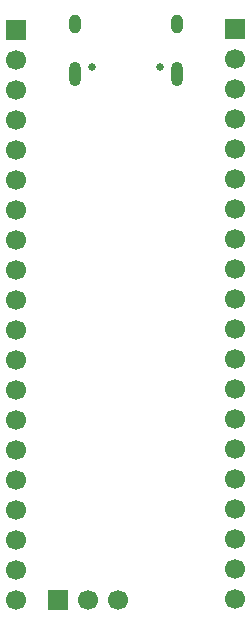
<source format=gbr>
%TF.GenerationSoftware,KiCad,Pcbnew,9.0.6*%
%TF.CreationDate,2025-12-07T15:32:32-06:00*%
%TF.ProjectId,Devboard,44657662-6f61-4726-942e-6b696361645f,rev?*%
%TF.SameCoordinates,Original*%
%TF.FileFunction,Soldermask,Bot*%
%TF.FilePolarity,Negative*%
%FSLAX46Y46*%
G04 Gerber Fmt 4.6, Leading zero omitted, Abs format (unit mm)*
G04 Created by KiCad (PCBNEW 9.0.6) date 2025-12-07 15:32:32*
%MOMM*%
%LPD*%
G01*
G04 APERTURE LIST*
%ADD10C,0.650000*%
%ADD11O,1.000000X2.100000*%
%ADD12O,1.000000X1.600000*%
%ADD13R,1.700000X1.700000*%
%ADD14C,1.700000*%
G04 APERTURE END LIST*
D10*
%TO.C,J1*%
X213853000Y-65169000D03*
X208073000Y-65169000D03*
D11*
X215283000Y-65699000D03*
D12*
X215283000Y-61519000D03*
D11*
X206643000Y-65699000D03*
D12*
X206643000Y-61519000D03*
%TD*%
D13*
%TO.C,J3*%
X220164000Y-61958000D03*
D14*
X220164000Y-64498000D03*
X220164000Y-67038000D03*
X220164000Y-69578000D03*
X220164000Y-72118000D03*
X220164000Y-74658000D03*
X220164000Y-77198000D03*
X220164000Y-79738000D03*
X220164000Y-82278000D03*
X220164000Y-84818000D03*
X220164000Y-87358000D03*
X220164000Y-89898000D03*
X220164000Y-92438000D03*
X220164000Y-94978000D03*
X220164000Y-97518000D03*
X220164000Y-100058000D03*
X220164000Y-102598000D03*
X220164000Y-105138000D03*
X220164000Y-107678000D03*
X220164000Y-110218000D03*
%TD*%
D13*
%TO.C,J2*%
X201641000Y-62011000D03*
D14*
X201641000Y-64551000D03*
X201641000Y-67091000D03*
X201641000Y-69631000D03*
X201641000Y-72171000D03*
X201641000Y-74711000D03*
X201641000Y-77251000D03*
X201641000Y-79791000D03*
X201641000Y-82331000D03*
X201641000Y-84871000D03*
X201641000Y-87411000D03*
X201641000Y-89951000D03*
X201641000Y-92491000D03*
X201641000Y-95031000D03*
X201641000Y-97571000D03*
X201641000Y-100111000D03*
X201641000Y-102651000D03*
X201641000Y-105191000D03*
X201641000Y-107731000D03*
X201641000Y-110271000D03*
%TD*%
D13*
%TO.C,J4*%
X205200000Y-110250000D03*
D14*
X207740000Y-110250000D03*
X210280000Y-110250000D03*
%TD*%
M02*

</source>
